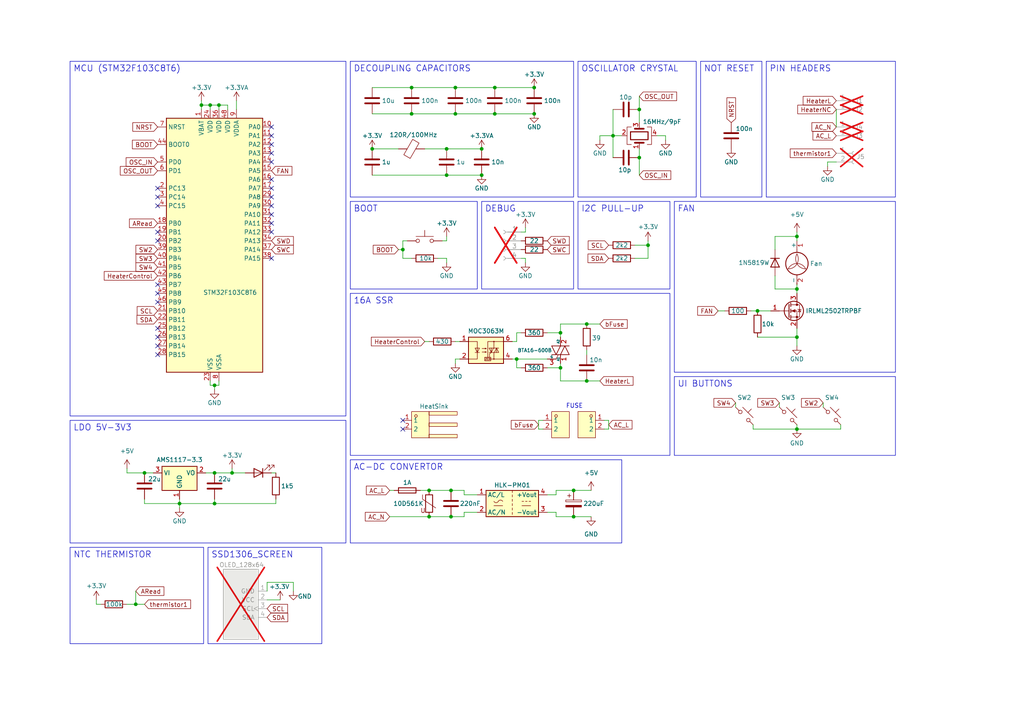
<source format=kicad_sch>
(kicad_sch (version 20250114) (generator "eeschema") (generator_version "9.0")
  (paper "A4")
  (title_block (title "Hotplate Electronics Automation Thermal") (company "Made by: Daniel Yordanov"))
  (text "FUSE" (at 166.624 117.856 0) (effects (font (size 1.27 1.27))))
  (text_box "NOT RESET" (at 203.2 17.78 0) (size 17.78 39.37) (margins 0.9525 0.9525 0.9525 0.9525) (effects (font (size 1.778 1.778)) (justify left top)))
  (text_box "16A SSR\n" (at 101.6 85.09 0) (size 92.71 46.99) (margins 0.9525 0.9525 0.9525 0.9525) (effects (font (size 1.778 1.778)) (justify left top)))
  (text_box "UI BUTTONS" (at 195.58 109.22 0) (size 64.135 22.86) (margins 0.9525 0.9525 0.9525 0.9525) (effects (font (size 1.778 1.778)) (justify left top)))
  (text_box "AC-DC CONVERTOR" (at 101.6 133.35 0) (size 78.74 24.13) (margins 0.9525 0.9525 0.9525 0.9525) (effects (font (size 1.778 1.778)) (justify left top)))
  (text_box "FAN" (at 195.58 58.42 0) (size 64.135 49.53) (margins 0.9525 0.9525 0.9525 0.9525) (effects (font (size 1.778 1.778)) (justify left top)))
  (text_box "SSD1306_SCREEN\n" (at 60.325 158.75 0) (size 33.02 27.94) (margins 0.9525 0.9525 0.9525 0.9525) (effects (font (size 1.778 1.778)) (justify left top)))
  (text_box "DECOUPLING CAPACITORS" (at 101.6 17.78 0) (size 64.77 39.37) (margins 0.9525 0.9525 0.9525 0.9525) (effects (font (size 1.778 1.778)) (justify left top)))
  (text_box "DEBUG\n" (at 139.7 58.42 0) (size 26.67 25.4) (margins 0.9525 0.9525 0.9525 0.9525) (effects (font (size 1.778 1.778)) (justify left top)))
  (text_box "I2C PULL-UP" (at 167.64 58.42 0) (size 26.67 25.4) (margins 0.9525 0.9525 0.9525 0.9525) (effects (font (size 1.778 1.778)) (justify left top)))
  (text_box "MCU (STM32F103C8T6)" (at 20.32 17.78 0) (size 80.01 102.87) (margins 0.9525 0.9525 0.9525 0.9525) (effects (font (size 1.778 1.778)) (justify left top)))
  (text_box "LDO 5V-3V3" (at 20.32 121.92 0) (size 80.01 35.56) (margins 0.9525 0.9525 0.9525 0.9525) (effects (font (size 1.778 1.778)) (justify left top)))
  (text_box "PIN HEADERS" (at 222.25 17.78 0) (size 37.465 39.37) (margins 0.9525 0.9525 0.9525 0.9525) (effects (font (size 1.778 1.778)) (justify left top)))
  (text_box "NTC THERMISTOR" (at 20.32 158.75 0) (size 38.735 27.94) (margins 0.9525 0.9525 0.9525 0.9525) (effects (font (size 1.778 1.778)) (justify left top)))
  (text_box "OSCILLATOR CRYSTAL " (at 167.64 17.78 0) (size 34.29 39.37) (margins 0.9525 0.9525 0.9525 0.9525) (effects (font (size 1.778 1.778)) (justify left top)))
  (text_box "BOOT" (at 101.6 58.42 0) (size 36.83 25.4) (margins 0.9525 0.9525 0.9525 0.9525) (effects (font (size 1.778 1.778)) (justify left top)))
  (junction (at 62.23 111.76))
  (junction (at 132.08 25.4))
  (junction (at 129.54 50.8))
  (junction (at 52.07 146.05))
  (junction (at 154.94 33.02))
  (junction (at 166.37 142.24))
  (junction (at 107.95 43.18))
  (junction (at 185.42 31.75))
  (junction (at 231.14 124.46))
  (junction (at 58.42 30.48))
  (junction (at 124.46 142.24))
  (junction (at 170.18 110.49))
  (junction (at 39.37 175.26))
  (junction (at 231.14 97.79))
  (junction (at 129.54 43.18))
  (junction (at 130.81 149.86))
  (junction (at 166.37 149.86))
  (junction (at 119.38 33.02))
  (junction (at 177.8 39.37))
  (junction (at 63.5 30.48))
  (junction (at 231.14 68.58))
  (junction (at 231.14 83.82))
  (junction (at 67.31 137.16))
  (junction (at 132.08 33.02))
  (junction (at 60.96 30.48))
  (junction (at 62.23 146.05))
  (junction (at 139.7 50.8))
  (junction (at 119.38 25.4))
  (junction (at 154.94 25.4))
  (junction (at 143.51 33.02))
  (junction (at 162.56 96.52))
  (junction (at 187.96 71.12))
  (junction (at 62.23 137.16))
  (junction (at 143.51 25.4))
  (junction (at 219.71 90.17))
  (junction (at 116.84 72.39))
  (junction (at 124.46 149.86))
  (junction (at 139.7 43.18))
  (junction (at 41.91 137.16))
  (junction (at 170.18 93.98))
  (junction (at 162.56 106.68))
  (junction (at 149.86 104.14))
  (junction (at 130.81 142.24))
  (junction (at 185.42 45.72))
  (no_connect (at 45.72 69.85))
  (no_connect (at 78.74 46.99))
  (no_connect (at 78.74 64.77))
  (no_connect (at 78.74 62.23))
  (no_connect (at 116.84 124.46))
  (no_connect (at 45.72 54.61))
  (no_connect (at 45.72 95.25))
  (no_connect (at 78.74 39.37))
  (no_connect (at 116.84 121.92))
  (no_connect (at 78.74 44.45))
  (no_connect (at 45.72 59.69))
  (no_connect (at 45.72 82.55))
  (no_connect (at 78.74 67.31))
  (no_connect (at 78.74 59.69))
  (no_connect (at 78.74 52.07))
  (no_connect (at 78.74 41.91))
  (no_connect (at 45.72 57.15))
  (no_connect (at 78.74 54.61))
  (no_connect (at 78.74 74.93))
  (no_connect (at 45.72 67.31))
  (no_connect (at 45.72 102.87))
  (no_connect (at 45.72 100.33))
  (no_connect (at 78.74 36.83))
  (no_connect (at 78.74 57.15))
  (no_connect (at 45.72 87.63))
  (no_connect (at 45.72 85.09))
  (no_connect (at 45.72 97.79))
  (wire (pts (xy 62.23 111.76) (xy 60.96 111.76)))
  (wire (pts (xy 231.14 83.82) (xy 231.14 82.55)))
  (wire (pts (xy 39.37 175.26) (xy 41.91 175.26)))
  (wire (pts (xy 193.04 39.37) (xy 190.5 39.37)))
  (wire (pts (xy 240.03 46.99) (xy 242.57 46.99)))
  (wire (pts (xy 157.48 121.92) (xy 156.21 121.92)))
  (wire (pts (xy 162.56 110.49) (xy 170.18 110.49)))
  (wire (pts (xy 184.15 71.12) (xy 187.96 71.12)))
  (wire (pts (xy 85.09 168.91) (xy 77.47 168.91)))
  (wire (pts (xy 152.4 66.04) (xy 152.4 67.31)))
  (wire (pts (xy 132.08 104.14) (xy 133.35 104.14)))
  (wire (pts (xy 129.54 50.8) (xy 139.7 50.8)))
  (wire (pts (xy 152.4 76.2) (xy 152.4 74.93)))
  (wire (pts (xy 231.14 97.79) (xy 231.14 100.33)))
  (wire (pts (xy 121.92 142.24) (xy 124.46 142.24)))
  (wire (pts (xy 107.95 25.4) (xy 119.38 25.4)))
  (wire (pts (xy 63.5 30.48) (xy 63.5 31.75)))
  (wire (pts (xy 129.54 43.18) (xy 139.7 43.18)))
  (wire (pts (xy 36.83 137.16) (xy 36.83 135.89)))
  (wire (pts (xy 132.08 33.02) (xy 143.51 33.02)))
  (wire (pts (xy 134.62 143.51) (xy 138.43 143.51)))
  (wire (pts (xy 187.96 69.85) (xy 187.96 71.12)))
  (wire (pts (xy 129.54 68.58) (xy 129.54 69.85)))
  (wire (pts (xy 116.84 74.93) (xy 119.38 74.93)))
  (wire (pts (xy 63.5 30.48) (xy 66.04 30.48)))
  (wire (pts (xy 162.56 97.79) (xy 162.56 96.52)))
  (wire (pts (xy 60.96 111.76) (xy 60.96 110.49)))
  (wire (pts (xy 162.56 106.68) (xy 162.56 110.49)))
  (wire (pts (xy 162.56 96.52) (xy 162.56 93.98)))
  (wire (pts (xy 129.54 74.93) (xy 129.54 76.2)))
  (wire (pts (xy 156.21 124.46) (xy 157.48 124.46)))
  (wire (pts (xy 224.79 83.82) (xy 231.14 83.82)))
  (wire (pts (xy 41.91 146.05) (xy 52.07 146.05)))
  (wire (pts (xy 185.42 27.94) (xy 185.42 31.75)))
  (wire (pts (xy 231.14 67.31) (xy 231.14 68.58)))
  (wire (pts (xy 187.96 74.93) (xy 184.15 74.93)))
  (wire (pts (xy 176.53 124.46) (xy 175.26 124.46)))
  (wire (pts (xy 218.44 124.46) (xy 231.14 124.46)))
  (wire (pts (xy 58.42 30.48) (xy 60.96 30.48)))
  (wire (pts (xy 158.75 96.52) (xy 162.56 96.52)))
  (wire (pts (xy 62.23 111.76) (xy 62.23 113.03)))
  (wire (pts (xy 59.69 137.16) (xy 62.23 137.16)))
  (wire (pts (xy 124.46 99.06) (xy 123.19 99.06)))
  (wire (pts (xy 129.54 74.93) (xy 127 74.93)))
  (wire (pts (xy 149.86 104.14) (xy 149.86 106.68)))
  (wire (pts (xy 173.99 39.37) (xy 177.8 39.37)))
  (wire (pts (xy 231.14 95.25) (xy 231.14 97.79)))
  (wire (pts (xy 187.96 71.12) (xy 187.96 74.93)))
  (wire (pts (xy 67.31 137.16) (xy 71.12 137.16)))
  (wire (pts (xy 173.99 39.37) (xy 173.99 40.64)))
  (wire (pts (xy 218.44 124.46) (xy 218.44 123.19)))
  (wire (pts (xy 149.86 99.06) (xy 149.86 96.52)))
  (wire (pts (xy 231.14 123.19) (xy 231.14 124.46)))
  (wire (pts (xy 208.28 90.17) (xy 210.185 90.17)))
  (wire (pts (xy 41.91 146.05) (xy 41.91 144.78)))
  (wire (pts (xy 156.21 121.92) (xy 156.21 124.46)))
  (wire (pts (xy 149.86 96.52) (xy 151.13 96.52)))
  (wire (pts (xy 149.86 104.14) (xy 158.75 104.14)))
  (wire (pts (xy 66.04 30.48) (xy 66.04 31.75)))
  (wire (pts (xy 81.28 173.99) (xy 77.47 173.99)))
  (wire (pts (xy 185.42 31.75) (xy 185.42 35.56)))
  (wire (pts (xy 123.19 43.18) (xy 129.54 43.18)))
  (wire (pts (xy 77.47 168.91) (xy 77.47 171.45)))
  (wire (pts (xy 148.59 99.06) (xy 149.86 99.06)))
  (wire (pts (xy 158.75 148.59) (xy 161.29 148.59)))
  (wire (pts (xy 243.84 124.46) (xy 243.84 123.19)))
  (wire (pts (xy 226.06 118.11) (xy 226.06 116.84)))
  (wire (pts (xy 62.23 146.05) (xy 80.01 146.05)))
  (wire (pts (xy 68.58 29.21) (xy 68.58 31.75)))
  (wire (pts (xy 176.53 121.92) (xy 176.53 124.46)))
  (wire (pts (xy 185.42 45.72) (xy 185.42 50.8)))
  (wire (pts (xy 166.37 142.24) (xy 171.45 142.24)))
  (wire (pts (xy 80.01 146.05) (xy 80.01 144.78)))
  (wire (pts (xy 161.29 148.59) (xy 161.29 149.86)))
  (wire (pts (xy 134.62 148.59) (xy 138.43 148.59)))
  (wire (pts (xy 107.95 43.18) (xy 115.57 43.18)))
  (wire (pts (xy 224.79 80.01) (xy 224.79 83.82)))
  (wire (pts (xy 63.5 111.76) (xy 63.5 110.49)))
  (wire (pts (xy 36.83 175.26) (xy 39.37 175.26)))
  (wire (pts (xy 170.18 93.98) (xy 173.99 93.98)))
  (wire (pts (xy 166.37 149.86) (xy 171.45 149.86)))
  (wire (pts (xy 58.42 29.21) (xy 58.42 30.48)))
  (wire (pts (xy 132.08 99.06) (xy 133.35 99.06)))
  (wire (pts (xy 231.14 124.46) (xy 243.84 124.46)))
  (wire (pts (xy 119.38 25.4) (xy 132.08 25.4)))
  (wire (pts (xy 107.95 50.8) (xy 129.54 50.8)))
  (wire (pts (xy 177.8 39.37) (xy 177.8 45.72)))
  (wire (pts (xy 116.84 72.39) (xy 116.84 69.85)))
  (wire (pts (xy 161.29 142.24) (xy 166.37 142.24)))
  (wire (pts (xy 219.71 90.17) (xy 223.52 90.17)))
  (wire (pts (xy 231.14 68.58) (xy 231.14 69.85)))
  (wire (pts (xy 242.57 31.75) (xy 242.57 36.83)))
  (wire (pts (xy 67.31 135.89) (xy 67.31 137.16)))
  (wire (pts (xy 149.86 106.68) (xy 151.13 106.68)))
  (wire (pts (xy 85.09 168.91) (xy 85.09 171.45)))
  (wire (pts (xy 132.08 25.4) (xy 143.51 25.4)))
  (wire (pts (xy 161.29 143.51) (xy 161.29 142.24)))
  (wire (pts (xy 58.42 30.48) (xy 58.42 31.75)))
  (wire (pts (xy 158.75 143.51) (xy 161.29 143.51)))
  (wire (pts (xy 219.71 97.79) (xy 231.14 97.79)))
  (wire (pts (xy 60.96 30.48) (xy 60.96 31.75)))
  (wire (pts (xy 62.23 111.76) (xy 63.5 111.76)))
  (wire (pts (xy 177.8 31.75) (xy 177.8 39.37)))
  (wire (pts (xy 116.84 72.39) (xy 116.84 74.93)))
  (wire (pts (xy 161.29 149.86) (xy 166.37 149.86)))
  (wire (pts (xy 80.01 137.16) (xy 78.74 137.16)))
  (wire (pts (xy 115.57 72.39) (xy 116.84 72.39)))
  (wire (pts (xy 52.07 146.05) (xy 52.07 144.78)))
  (wire (pts (xy 132.08 105.41) (xy 132.08 104.14)))
  (wire (pts (xy 134.62 149.86) (xy 134.62 148.59)))
  (wire (pts (xy 124.46 149.86) (xy 130.81 149.86)))
  (wire (pts (xy 41.91 137.16) (xy 44.45 137.16)))
  (wire (pts (xy 152.4 67.31) (xy 151.13 67.31)))
  (wire (pts (xy 124.46 142.24) (xy 130.81 142.24)))
  (wire (pts (xy 107.95 33.02) (xy 119.38 33.02)))
  (wire (pts (xy 148.59 104.14) (xy 149.86 104.14)))
  (wire (pts (xy 162.56 106.68) (xy 162.56 105.41)))
  (wire (pts (xy 177.8 39.37) (xy 180.34 39.37)))
  (wire (pts (xy 36.83 137.16) (xy 41.91 137.16)))
  (wire (pts (xy 170.18 101.6) (xy 170.18 102.87)))
  (wire (pts (xy 185.42 43.18) (xy 185.42 45.72)))
  (wire (pts (xy 143.51 25.4) (xy 154.94 25.4)))
  (wire (pts (xy 143.51 33.02) (xy 154.94 33.02)))
  (wire (pts (xy 231.14 68.58) (xy 224.79 68.58)))
  (wire (pts (xy 134.62 142.24) (xy 134.62 143.51)))
  (wire (pts (xy 238.76 118.11) (xy 238.76 116.84)))
  (wire (pts (xy 129.54 69.85) (xy 128.27 69.85)))
  (wire (pts (xy 67.31 137.16) (xy 62.23 137.16)))
  (wire (pts (xy 175.26 121.92) (xy 176.53 121.92)))
  (wire (pts (xy 52.07 146.05) (xy 62.23 146.05)))
  (wire (pts (xy 130.81 142.24) (xy 134.62 142.24)))
  (wire (pts (xy 240.03 46.99) (xy 240.03 48.26)))
  (wire (pts (xy 60.96 30.48) (xy 63.5 30.48)))
  (wire (pts (xy 119.38 33.02) (xy 132.08 33.02)))
  (wire (pts (xy 193.04 40.64) (xy 193.04 39.37)))
  (wire (pts (xy 158.75 106.68) (xy 162.56 106.68)))
  (wire (pts (xy 27.94 175.26) (xy 29.21 175.26)))
  (wire (pts (xy 113.03 142.24) (xy 114.3 142.24)))
  (wire (pts (xy 217.805 90.17) (xy 219.71 90.17)))
  (wire (pts (xy 62.23 146.05) (xy 62.23 144.78)))
  (wire (pts (xy 27.94 173.99) (xy 27.94 175.26)))
  (wire (pts (xy 113.03 149.86) (xy 124.46 149.86)))
  (wire (pts (xy 52.07 147.32) (xy 52.07 146.05)))
  (wire (pts (xy 213.36 116.84) (xy 213.36 118.11)))
  (wire (pts (xy 116.84 69.85) (xy 118.11 69.85)))
  (wire (pts (xy 231.14 83.82) (xy 231.14 85.09)))
  (wire (pts (xy 162.56 93.98) (xy 170.18 93.98)))
  (wire (pts (xy 224.79 68.58) (xy 224.79 72.39)))
  (wire (pts (xy 39.37 171.45) (xy 39.37 175.26)))
  (wire (pts (xy 170.18 110.49) (xy 173.99 110.49)))
  (wire (pts (xy 130.81 149.86) (xy 134.62 149.86)))
  (wire (pts (xy 152.4 74.93) (xy 151.13 74.93)))
  (global_label "OSC_IN" (shape input) (at 185.42 50.8 0) (property "Intersheetrefs" "${INTERSHEET_REFS}" (effects (hide yes))))
  (global_label "HeaterL" (shape input) (at 242.57 29.21 180) (property "Intersheetrefs" "${INTERSHEET_REFS}" (effects (hide yes))))
  (global_label "SW2" (shape input) (at 238.76 116.84 180) (property "Intersheetrefs" "${INTERSHEET_REFS}" (effects (hide yes))))
  (global_label "thermistor1" (shape input) (at 41.91 175.26 0) (property "Intersheetrefs" "${INTERSHEET_REFS}" (effects (hide yes))))
  (global_label "SW3" (shape input) (at 226.06 116.84 180) (property "Intersheetrefs" "${INTERSHEET_REFS}" (effects (hide yes))))
  (global_label "OSC_OUT" (shape input) (at 185.42 27.94 0) (property "Intersheetrefs" "${INTERSHEET_REFS}" (effects (hide yes))))
  (global_label "SW4" (shape input) (at 213.36 116.84 180) (property "Intersheetrefs" "${INTERSHEET_REFS}" (effects (hide yes))))
  (global_label "FAN" (shape input) (at 208.28 90.17 180) (property "Intersheetrefs" "${INTERSHEET_REFS}" (effects (hide yes))))
  (global_label "OSC_OUT" (shape input) (at 45.72 49.53 180) (property "Intersheetrefs" "${INTERSHEET_REFS}" (effects (hide yes))))
  (global_label "thermistor1" (shape input) (at 242.57 44.45 180) (property "Intersheetrefs" "${INTERSHEET_REFS}" (effects (hide yes))))
  (global_label "FAN" (shape input) (at 78.74 49.53 0) (property "Intersheetrefs" "${INTERSHEET_REFS}" (effects (hide yes))))
  (global_label "SW2" (shape input) (at 45.72 72.39 180) (property "Intersheetrefs" "${INTERSHEET_REFS}" (effects (hide yes))))
  (global_label "SCL" (shape input) (at 45.72 90.17 180) (property "Intersheetrefs" "${INTERSHEET_REFS}" (effects (hide yes))))
  (global_label "ARead" (shape input) (at 45.72 64.77 180) (property "Intersheetrefs" "${INTERSHEET_REFS}" (effects (hide yes))))
  (global_label "AC_N" (shape input) (at 113.03 149.86 180) (property "Intersheetrefs" "${INTERSHEET_REFS}" (effects (hide yes))))
  (global_label "HeaterControl" (shape input) (at 123.19 99.06 180) (property "Intersheetrefs" "${INTERSHEET_REFS}" (effects (hide yes))))
  (global_label "SWD" (shape input) (at 78.74 69.85 0) (property "Intersheetrefs" "${INTERSHEET_REFS}" (effects (hide yes))))
  (global_label "SWC" (shape input) (at 78.74 72.39 0) (property "Intersheetrefs" "${INTERSHEET_REFS}" (effects (hide yes))))
  (global_label "BOOT" (shape input) (at 115.57 72.39 180) (property "Intersheetrefs" "${INTERSHEET_REFS}" (effects (hide yes))))
  (global_label "NRST" (shape input) (at 212.09 35.56 90) (property "Intersheetrefs" "${INTERSHEET_REFS}" (effects (hide yes))))
  (global_label "SCL" (shape input) (at 176.53 71.12 180) (property "Intersheetrefs" "${INTERSHEET_REFS}" (effects (hide yes))))
  (global_label "bFuse" (shape input) (at 156.21 123.19 180) (property "Intersheetrefs" "${INTERSHEET_REFS}" (effects (hide yes))))
  (global_label "SDA" (shape input) (at 176.53 74.93 180) (property "Intersheetrefs" "${INTERSHEET_REFS}" (effects (hide yes))))
  (global_label "HeaterL" (shape input) (at 173.99 110.49 0) (property "Intersheetrefs" "${INTERSHEET_REFS}" (effects (hide yes))))
  (global_label "AC_L" (shape input) (at 176.53 123.19 0) (property "Intersheetrefs" "${INTERSHEET_REFS}" (effects (hide yes))))
  (global_label "AC_L" (shape input) (at 242.57 39.37 180) (property "Intersheetrefs" "${INTERSHEET_REFS}" (effects (hide yes))))
  (global_label "ARead" (shape input) (at 39.37 171.45 0) (property "Intersheetrefs" "${INTERSHEET_REFS}" (effects (hide yes))))
  (global_label "SCL" (shape input) (at 77.47 176.53 0) (property "Intersheetrefs" "${INTERSHEET_REFS}" (effects (hide yes))))
  (global_label "HeaterNC" (shape input) (at 242.57 31.75 180) (property "Intersheetrefs" "${INTERSHEET_REFS}" (effects (hide yes))))
  (global_label "SWC" (shape input) (at 158.75 72.39 0) (property "Intersheetrefs" "${INTERSHEET_REFS}" (effects (hide yes))))
  (global_label "SW4" (shape input) (at 45.72 77.47 180) (property "Intersheetrefs" "${INTERSHEET_REFS}" (effects (hide yes))))
  (global_label "SDA" (shape input) (at 77.47 179.07 0) (property "Intersheetrefs" "${INTERSHEET_REFS}" (effects (hide yes))))
  (global_label "SDA" (shape input) (at 45.72 92.71 180) (property "Intersheetrefs" "${INTERSHEET_REFS}" (effects (hide yes))))
  (global_label "BOOT" (shape input) (at 45.72 41.91 180) (property "Intersheetrefs" "${INTERSHEET_REFS}" (effects (hide yes))))
  (global_label "AC_N" (shape input) (at 242.57 36.83 180) (property "Intersheetrefs" "${INTERSHEET_REFS}" (effects (hide yes))))
  (global_label "bFuse" (shape input) (at 173.99 93.98 0) (property "Intersheetrefs" "${INTERSHEET_REFS}" (effects (hide yes))))
  (global_label "SWD" (shape input) (at 158.75 69.85 0) (property "Intersheetrefs" "${INTERSHEET_REFS}" (effects (hide yes))))
  (global_label "HeaterControl" (shape input) (at 45.72 80.01 180) (property "Intersheetrefs" "${INTERSHEET_REFS}" (effects (hide yes))))
  (global_label "AC_L" (shape input) (at 113.03 142.24 180) (property "Intersheetrefs" "${INTERSHEET_REFS}" (effects (hide yes))))
  (global_label "SW3" (shape input) (at 45.72 74.93 180) (property "Intersheetrefs" "${INTERSHEET_REFS}" (effects (hide yes))))
  (global_label "OSC_IN" (shape input) (at 45.72 46.99 180) (property "Intersheetrefs" "${INTERSHEET_REFS}" (effects (hide yes))))
  (global_label "NRST" (shape input) (at 45.72 36.83 180) (property "Intersheetrefs" "${INTERSHEET_REFS}" (effects (hide yes))))
  (symbol (lib_id "Switch:SW_Push_45deg") (at 241.3 120.65 0) (unit 1)
    (property "Reference" "SW4" (at 241.3 115.316 0))
    (property "Value" "SW_Push_45deg" (effects (hide yes)))
    (property "Footprint" "TS-1088R-02026:SW-SMD_L3.9-W3.0-P4.45" (effects (hide yes)))
    (property "Description" "Push button switch, normally open, two pins, 45° tilted" (effects (hide yes)))
    (property "LCSC Part" "C455280" (effects (hide yes)))
  )
  (symbol (lib_id "power:GND") (at 52.07 147.32 0) (unit 1)
    (property "Reference" "#PWR023" (effects (hide yes)))
    (property "Value" "GND" (at 52.07 151.13 0))
    (property "Description" "Power symbol creates a global label with name \"GND\" , ground" (effects (hide yes)))
  )
  (symbol (lib_id "power:GND") (at 231.14 100.33 0) (unit 1)
    (property "Reference" "#PWR028" (effects (hide yes)))
    (property "Value" "GND" (at 231.14 104.14 0))
    (property "Description" "Power symbol creates a global label with name \"GND\" , ground" (effects (hide yes)))
  )
  (symbol (lib_id "power:GND") (at 132.08 105.41 0) (unit 1)
    (property "Reference" "#PWR019" (effects (hide yes)))
    (property "Value" "GND" (at 132.08 109.22 0))
    (property "Description" "Power symbol creates a global label with name \"GND\" , ground" (effects (hide yes)))
  )
  (symbol (lib_id "Transistor_FET:2N7002") (at 228.6 90.17 0) (unit 1)
    (property "Reference" "Q2" (effects (hide yes)))
    (property "Value" "IRLML2502TRPBF" (at 233.68 90.17 0) (effects (justify left)))
    (property "Footprint" "Package_TO_SOT_SMD:SOT-23" (effects (hide yes)))
    (property "Datasheet" "https://www.onsemi.com/pub/Collateral/NDS7002A-D.PDF" (effects (hide yes)))
    (property "Description" "0.115A Id, 60V Vds, N-Channel MOSFET, SOT-23" (effects (hide yes)))
    (property "LCSC Part" "C2589" (effects (hide yes)))
  )
  (symbol (lib_id "power:+3.3V") (at 67.31 135.89 0) (unit 1)
    (property "Reference" "#PWR021" (effects (hide yes)))
    (property "Value" "+3.3V" (at 67.31 132.08 0))
    (property "Description" "Power symbol creates a global label with name \"+3.3V\"" (effects (hide yes)))
  )
  (symbol (lib_id "Motor:Fan") (at 231.14 77.47 0) (unit 1)
    (property "Reference" "M1" (effects (hide yes)))
    (property "Value" "Fan" (at 234.95 76.454 0) (effects (justify left)))
    (property "Footprint" "Connector_PinHeader_2.54mm:PinHeader_1x02_P2.54mm_Vertical" (effects (hide yes)))
    (property "Description" "Fan" (effects (hide yes)))
  )
  (symbol (lib_id "power:GND") (at 212.09 43.18 0) (unit 1)
    (property "Reference" "#PWR09" (effects (hide yes)))
    (property "Value" "GND" (at 212.09 46.99 0))
    (property "Description" "Power symbol creates a global label with name \"GND\" , ground" (effects (hide yes)))
  )
  (symbol (lib_id "power:+3.3V") (at 107.95 43.18 0) (unit 1)
    (property "Reference" "#PWR07" (effects (hide yes)))
    (property "Value" "+3.3V" (at 107.95 39.37 0))
    (property "Description" "Power symbol creates a global label with name \"+3.3V\"" (effects (hide yes)))
  )
  (symbol (lib_id "power:GND") (at 193.04 40.64 0) (unit 1)
    (property "Reference" "#PWR06" (effects (hide yes)))
    (property "Value" "GND" (at 193.04 44.45 0))
    (property "Description" "Power symbol creates a global label with name \"GND\" , ground" (effects (hide yes)))
  )
  (symbol (lib_id "Connector:Conn_01x04_Socket") (at 146.05 69.85 0) (mirror y) (unit 1) (dnp yes)
    (property "Reference" "J6" (effects (hide yes)))
    (property "Value" "Conn_01x04_Socket" (effects (hide yes)))
    (property "Footprint" "Connector_PinHeader_2.54mm:PinHeader_1x04_P2.54mm_Vertical" (effects (hide yes)))
    (property "Description" "Generic connector, single row, 01x04, script generated" (effects (hide yes)))
  )
  (symbol (lib_id "Switch:SW_Push_45deg") (at 228.6 120.65 0) (unit 1)
    (property "Reference" "SW3" (at 228.6 115.316 0))
    (property "Value" "SW_Push_45deg" (effects (hide yes)))
    (property "Footprint" "TS-1088R-02026:SW-SMD_L3.9-W3.0-P4.45" (effects (hide yes)))
    (property "Description" "Push button switch, normally open, two pins, 45° tilted" (effects (hide yes)))
    (property "LCSC Part" "C455280" (effects (hide yes)))
  )
  (symbol (lib_id "power:+5V") (at 231.14 67.31 0) (unit 1)
    (property "Reference" "#PWR024" (effects (hide yes)))
    (property "Value" "+5V" (at 231.14 62.23 0))
    (property "Description" "Power symbol creates a global label with name \"+5V\"" (effects (hide yes)))
  )
  (symbol (lib_id "Relay_SolidState:MOC3063M") (at 140.97 101.6 0) (unit 1)
    (property "Reference" "U2" (effects (hide yes)))
    (property "Value" "MOC3063M" (at 140.97 96.012 0))
    (property "Footprint" "MOC3063M:DIP-6_L8.5-W6.4-P2.54-LS7.6-BL" (effects (hide yes)))
    (property "Datasheet" "https://www.onsemi.com/pub/Collateral/MOC3163M-D.pdf" (effects (hide yes)))
    (property "Description" "Zero Cross Opto-Triac, Vdrm 600V, Ift 5mA, DIP6" (effects (hide yes)))
    (property "LCSC Part" "C8920" (effects (hide yes)))
  )
  (symbol (lib_id "Device:C") (at 107.95 29.21 0) (unit 1)
    (property "Reference" "C1" (effects (hide yes)))
    (property "Value" "10u" (at 110.744 29.21 0) (effects (justify left)))
    (property "Footprint" "Capacitor_SMD:C_0805_2012Metric_Pad1.18x1.45mm_HandSolder" (effects (hide yes)))
    (property "Description" "Unpolarized capacitor" (effects (hide yes)))
    (property "LCSC Part" "C15850" (effects (hide yes)))
  )
  (symbol (lib_id "Device:C") (at 181.61 45.72 270) (unit 1)
    (property "Reference" "C8" (effects (hide yes)))
    (property "Value" "10p" (at 179.324 49.276 90) (effects (justify left)))
    (property "Footprint" "Capacitor_SMD:C_0402_1005Metric_Pad0.74x0.62mm_HandSolder" (effects (hide yes)))
    (property "Description" "Unpolarized capacitor" (effects (hide yes)))
    (property "LCSC Part" "C76946" (effects (hide yes)))
  )
  (symbol (lib_id "LS-601:LS-601") (at 170.18 123.19 0) (mirror y) (unit 1)
    (property "Reference" "FH2" (effects (hide yes)))
    (property "Value" "LS-601" (effects (hide yes)))
    (property "Footprint" "LS-601:FUSE-TH_LS-601" (effects (hide yes)))
    (property "LCSC Part" "C182321" (effects (hide yes)))
  )
  (symbol (lib_id "Device:C") (at 107.95 46.99 0) (unit 1)
    (property "Reference" "C9" (effects (hide yes)))
    (property "Value" "1u" (at 110.744 46.99 0) (effects (justify left)))
    (property "Footprint" "Capacitor_SMD:C_0603_1608Metric_Pad1.08x0.95mm_HandSolder" (effects (hide yes)))
    (property "Description" "Unpolarized capacitor" (effects (hide yes)))
    (property "LCSC Part" "C15849" (effects (hide yes)))
  )
  (symbol (lib_id "power:+3.3V") (at 58.42 29.21 0) (unit 1)
    (property "Reference" "#PWR02" (effects (hide yes)))
    (property "Value" "+3.3V" (at 58.42 25.4 0))
    (property "Description" "Power symbol creates a global label with name \"+3.3V\"" (effects (hide yes)))
  )
  (symbol (lib_id "power:+3.3V") (at 27.94 173.99 0) (unit 1)
    (property "Reference" "#PWR025" (effects (hide yes)))
    (property "Value" "+3.3V" (at 27.94 169.926 0))
    (property "Description" "Power symbol creates a global label with name \"+3.3V\"" (effects (hide yes)))
  )
  (symbol (lib_id "Device:C") (at 62.23 140.97 0) (unit 1)
    (property "Reference" "C16" (effects (hide yes)))
    (property "Value" "22u" (at 63.246 138.938 0) (effects (justify left)))
    (property "Footprint" "Capacitor_SMD:C_0805_2012Metric_Pad1.18x1.45mm_HandSolder" (effects (hide yes)))
    (property "Description" "Unpolarized capacitor" (effects (hide yes)))
    (property "LCSC Part" "C602037" (effects (hide yes)))
  )
  (symbol (lib_id "Device:R") (at 180.34 74.93 90) (unit 1)
    (property "Reference" "R5" (effects (hide yes)))
    (property "Value" "2k2" (at 180.34 74.93 90))
    (property "Footprint" "Resistor_SMD:R_0402_1005Metric_Pad0.72x0.64mm_HandSolder" (effects (hide yes)))
    (property "Description" "Resistor" (effects (hide yes)))
    (property "LCSC Part" "C25879" (effects (hide yes)))
  )
  (symbol (lib_id "Device:R") (at 170.18 97.79 180) (unit 1)
    (property "Reference" "R7" (effects (hide yes)))
    (property "Value" "39" (at 172.974 98.044 0))
    (property "Footprint" "Resistor_SMD:R_0603_1608Metric_Pad0.98x0.95mm_HandSolder" (effects (hide yes)))
    (property "Description" "Resistor" (effects (hide yes)))
    (property "LCSC Part" "C2907032" (effects (hide yes)))
  )
  (symbol (lib_id "power:+5V") (at 171.45 142.24 0) (unit 1)
    (property "Reference" "#PWR013" (effects (hide yes)))
    (property "Value" "+5V" (at 171.45 137.16 0))
    (property "Description" "Power symbol creates a global label with name \"+5V\"" (effects (hide yes)))
  )
  (symbol (lib_id "Connector:Conn_01x02_Socket") (at 247.65 44.45 0) (unit 1) (dnp yes)
    (property "Reference" "J5" (at 248.412 45.466 0) (effects (justify left)))
    (property "Value" "Conn_01x02_Socket" (effects (hide yes)))
    (property "Footprint" "Connector_PinHeader_2.54mm:PinHeader_1x02_P2.54mm_Vertical" (effects (hide yes)))
    (property "Description" "Generic connector, single row, 01x02, script generated" (effects (hide yes)))
  )
  (symbol (lib_id "Connector:Conn_01x01_Socket") (at 247.65 29.21 0) (unit 1) (dnp yes)
    (property "Reference" "J1" (at 247.904 29.21 0) (effects (justify left)))
    (property "Value" "Conn_01x01_Socket" (effects (hide yes)))
    (property "Footprint" "Connector_PinHeader_2.54mm:PinHeader_1x01_P2.54mm_Vertical" (effects (hide yes)))
    (property "Description" "Generic connector, single row, 01x01, script generated" (effects (hide yes)))
  )
  (symbol (lib_id "Device:C") (at 212.09 39.37 0) (unit 1)
    (property "Reference" "C7" (effects (hide yes)))
    (property "Value" "100n" (at 213.36 37.338 0) (effects (justify left)))
    (property "Footprint" "Capacitor_SMD:C_0402_1005Metric_Pad0.74x0.62mm_HandSolder" (effects (hide yes)))
    (property "Description" "Unpolarized capacitor" (effects (hide yes)))
    (property "LCSC Part" "C155422" (effects (hide yes)))
  )
  (symbol (lib_id "ScottoKeebs:Placeholder_Resistor") (at 123.19 74.93 0) (unit 1)
    (property "Reference" "R4" (effects (hide yes)))
    (property "Value" "10k" (at 123.444 74.93 0))
    (property "Footprint" "Resistor_SMD:R_0603_1608Metric_Pad0.98x0.95mm_HandSolder" (effects (hide yes)))
    (property "Description" "Resistor" (effects (hide yes)))
    (property "LCSC Part" "C98220" (effects (hide yes)))
  )
  (symbol (lib_id "power:GND") (at 129.54 76.2 0) (unit 1)
    (property "Reference" "#PWR017" (effects (hide yes)))
    (property "Value" "GND" (at 129.54 80.01 0))
    (property "Description" "Power symbol creates a global label with name \"GND\" , ground" (effects (hide yes)))
  )
  (symbol (lib_id "XSD309-067:XSD309-067") (at 121.92 123.19 0) (unit 1)
    (property "Reference" "HT1" (effects (hide yes)))
    (property "Value" "HeatSink" (at 121.666 117.856 0) (effects (justify left)))
    (property "Footprint" "XSD309-067:HEATSINK-TH_L16.5-W16.0-P10.00-D1.5" (effects (hide yes)))
    (property "LCSC Part" "C286228" (effects (hide yes)))
  )
  (symbol (lib_id "power:+3.3VA") (at 139.7 43.18 0) (unit 1)
    (property "Reference" "#PWR08" (effects (hide yes)))
    (property "Value" "+3.3VA" (at 139.7 39.37 0))
    (property "Description" "Power symbol creates a global label with name \"+3.3VA\"" (effects (hide yes)))
  )
  (symbol (lib_id "Diode:1N4007") (at 224.79 76.2 270) (unit 1)
    (property "Reference" "D2" (effects (hide yes)))
    (property "Value" "1N5819W" (at 218.694 76.2 90))
    (property "Footprint" "Diode_SMD:D_SOD-123" (effects (hide yes)))
    (property "Datasheet" "http://www.vishay.com/docs/88503/1n4001.pdf" (effects (hide yes)))
    (property "Description" "1000V 1A General Purpose Rectifier Diode, DO-41" (effects (hide yes)))
    (property "Sim.Device" "D" (effects (hide yes)))
    (property "Sim.Pins" "1=K 2=A" (effects (hide yes)))
    (property "LCSC Part" "C963381" (effects (hide yes)))
  )
  (symbol (lib_id "Device:C") (at 130.81 146.05 0) (unit 1)
    (property "Reference" "C12" (effects (hide yes)))
    (property "Value" "220nF" (at 133.35 146.05 0) (effects (justify left)))
    (property "Footprint" "MKP224K275VAC(X2-224K)-B:CAP-TH_L18.0-W7.5-P15.00-D0.8" (effects (hide yes)))
    (property "Description" "Unpolarized capacitor" (effects (hide yes)))
    (property "LCSC Part" "C2848140" (effects (hide yes)))
  )
  (symbol (lib_id "Connector:Conn_01x01_Socket") (at 247.65 31.75 0) (unit 1) (dnp yes)
    (property "Reference" "J2" (at 247.904 31.75 0) (effects (justify left)))
    (property "Value" "Conn_01x01_Socket" (effects (hide yes)))
    (property "Footprint" "Connector_PinHeader_2.54mm:PinHeader_1x01_P2.54mm_Vertical" (effects (hide yes)))
    (property "Description" "Generic connector, single row, 01x01, script generated" (effects (hide yes)))
  )
  (symbol (lib_id "Device:C") (at 139.7 46.99 0) (unit 1)
    (property "Reference" "C11" (effects (hide yes)))
    (property "Value" "10n" (at 142.494 46.99 0) (effects (justify left)))
    (property "Footprint" "Capacitor_SMD:C_0402_1005Metric_Pad0.74x0.62mm_HandSolder" (effects (hide yes)))
    (property "Description" "Unpolarized capacitor" (effects (hide yes)))
    (property "LCSC Part" "C15195" (effects (hide yes)))
  )
  (symbol (lib_id "Device:R") (at 33.02 175.26 90) (unit 1)
    (property "Reference" "R12" (effects (hide yes)))
    (property "Value" "100k" (at 35.56 175.26 90) (effects (justify left)))
    (property "Footprint" "Resistor_SMD:R_0603_1608Metric_Pad0.98x0.95mm_HandSolder" (effects (hide yes)))
    (property "Description" "Resistor" (effects (hide yes)))
    (property "LCSC Part" "C14675" (effects (hide yes)))
  )
  (symbol (lib_id "power:GND") (at 154.94 33.02 0) (unit 1)
    (property "Reference" "#PWR04" (effects (hide yes)))
    (property "Value" "GND" (at 154.94 36.83 0))
    (property "Description" "Power symbol creates a global label with name \"GND\" , ground" (effects (hide yes)))
  )
  (symbol (lib_id "power:+5V") (at 36.83 135.89 0) (unit 1)
    (property "Reference" "#PWR022" (effects (hide yes)))
    (property "Value" "+5V" (at 36.83 130.81 0))
    (property "Description" "Power symbol creates a global label with name \"+5V\"" (effects (hide yes)))
  )
  (symbol (lib_id "Switch:SW_Push") (at 123.19 69.85 0) (unit 1)
    (property "Reference" "SW1" (effects (hide yes)))
    (property "Value" "SW_Push" (effects (hide yes)))
    (property "Footprint" "TS-1088R-02026:SW-SMD_L3.9-W3.0-P4.45" (effects (hide yes)))
    (property "Description" "Push button switch, generic, two pins" (effects (hide yes)))
    (property "LCSC Part" "C455280" (effects (hide yes)))
  )
  (symbol (lib_id "Device:R") (at 128.27 99.06 90) (unit 1)
    (property "Reference" "R8" (effects (hide yes)))
    (property "Value" "430" (at 128.27 99.06 90))
    (property "Footprint" "Resistor_SMD:R_0603_1608Metric_Pad0.98x0.95mm_HandSolder" (effects (hide yes)))
    (property "Description" "Resistor" (effects (hide yes)))
    (property "LCSC Part" "C137721" (effects (hide yes)))
  )
  (symbol (lib_id "Connector:Conn_01x01_Socket") (at 247.65 39.37 0) (unit 1) (dnp yes)
    (property "Reference" "J3" (at 247.904 39.37 0) (effects (justify left)))
    (property "Value" "Conn_01x01_Socket" (effects (hide yes)))
    (property "Footprint" "Connector_PinHeader_2.54mm:PinHeader_1x01_P2.54mm_Vertical" (effects (hide yes)))
    (property "Description" "Generic connector, single row, 01x01, script generated" (effects (hide yes)))
  )
  (symbol (lib_id "Device:R") (at 154.94 96.52 90) (unit 1)
    (property "Reference" "R6" (effects (hide yes)))
    (property "Value" "360" (at 154.94 96.52 90))
    (property "Footprint" "Resistor_SMD:R_0603_1608Metric_Pad0.98x0.95mm_HandSolder" (effects (hide yes)))
    (property "Description" "Resistor" (effects (hide yes)))
    (property "LCSC Part" "C25194" (effects (hide yes)))
  )
  (symbol (lib_id "power:+3.3V") (at 152.4 66.04 0) (unit 1)
    (property "Reference" "#PWR012" (effects (hide yes)))
    (property "Value" "+3.3V" (at 152.4 62.23 0))
    (property "Description" "Power symbol creates a global label with name \"+3.3V\"" (effects (hide yes)))
  )
  (symbol (lib_id "power:GND") (at 231.14 124.46 0) (unit 1)
    (property "Reference" "#PWR029" (effects (hide yes)))
    (property "Value" "GND" (at 231.14 128.524 0))
    (property "Description" "Power symbol creates a global label with name \"GND\" , ground" (effects (hide yes)))
  )
  (symbol (lib_id "Device:C") (at 119.38 29.21 0) (unit 1)
    (property "Reference" "C2" (effects (hide yes)))
    (property "Value" "100n" (at 122.174 29.21 0) (effects (justify left)))
    (property "Footprint" "Capacitor_SMD:C_0402_1005Metric_Pad0.74x0.62mm_HandSolder" (effects (hide yes)))
    (property "Description" "Unpolarized capacitor" (effects (hide yes)))
    (property "LCSC Part" "C155422" (effects (hide yes)))
  )
  (symbol (lib_id "LS-601:LS-601") (at 162.56 123.19 0) (unit 1)
    (property "Reference" "FH1" (effects (hide yes)))
    (property "Value" "LS-601" (effects (hide yes)))
    (property "Footprint" "LS-601:FUSE-TH_LS-601" (effects (hide yes)))
    (property "LCSC Part" "C182321" (effects (hide yes)))
  )
  (symbol (lib_id "Device:C") (at 41.91 140.97 0) (unit 1)
    (property "Reference" "C15" (effects (hide yes)))
    (property "Value" "22u" (at 42.926 138.938 0) (effects (justify left)))
    (property "Footprint" "Capacitor_SMD:C_0805_2012Metric_Pad1.18x1.45mm_HandSolder" (effects (hide yes)))
    (property "Description" "Unpolarized capacitor" (effects (hide yes)))
    (property "LCSC Part" "C602037" (effects (hide yes)))
  )
  (symbol (lib_id "Device:C") (at 143.51 29.21 0) (unit 1)
    (property "Reference" "C4" (effects (hide yes)))
    (property "Value" "100n" (at 146.304 29.21 0) (effects (justify left)))
    (property "Footprint" "Capacitor_SMD:C_0402_1005Metric_Pad0.74x0.62mm_HandSolder" (effects (hide yes)))
    (property "Description" "Unpolarized capacitor" (effects (hide yes)))
    (property "LCSC Part" "C155422" (effects (hide yes)))
  )
  (symbol (lib_id "Device:LED") (at 74.93 137.16 180) (unit 1)
    (property "Reference" "D1" (effects (hide yes)))
    (property "Value" "BLUE" (effects (hide yes)))
    (property "Footprint" "LED_SMD:LED_0603_1608Metric_Pad1.05x0.95mm_HandSolder" (effects (hide yes)))
    (property "Description" "Light emitting diode" (effects (hide yes)))
    (property "LCSC Part" "C965807" (effects (hide yes)))
  )
  (symbol (lib_id "Device:C") (at 154.94 29.21 0) (unit 1)
    (property "Reference" "C5" (effects (hide yes)))
    (property "Value" "100n" (at 157.734 29.21 0) (effects (justify left)))
    (property "Footprint" "Capacitor_SMD:C_0402_1005Metric_Pad0.74x0.62mm_HandSolder" (effects (hide yes)))
    (property "Description" "Unpolarized capacitor" (effects (hide yes)))
    (property "LCSC Part" "C155422" (effects (hide yes)))
  )
  (symbol (lib_id "MCU_ST_STM32F1:STM32F103C8Tx") (at 60.96 72.39 0) (unit 1)
    (property "Reference" "U1" (effects (hide yes)))
    (property "Value" "STM32F103C8T6" (at 58.928 84.836 0) (effects (justify left)))
    (property "Footprint" "Package_QFP:LQFP-48_7x7mm_P0.5mm" (effects (hide yes)))
    (property "Datasheet" "https://www.st.com/resource/en/datasheet/stm32f103c8.pdf" (effects (hide yes)))
    (property "Description" "STMicroelectronics Arm Cortex-M3 MCU, 64KB flash, 20KB RAM, 72 MHz, 2.0-3.6V, 37 GPIO, LQFP48" (effects (hide yes)))
    (property "LCSC Part" "C8734" (effects (hide yes)))
  )
  (symbol (lib_id "Device:R") (at 154.94 72.39 90) (unit 1)
    (property "Reference" "R3" (effects (hide yes)))
    (property "Value" "22" (at 154.94 72.39 90))
    (property "Footprint" "Resistor_SMD:R_0402_1005Metric_Pad0.72x0.64mm_HandSolder" (effects (hide yes)))
    (property "Description" "Resistor" (effects (hide yes)))
    (property "LCSC Part" "C114765" (effects (hide yes)))
  )
  (symbol (lib_id "power:+3.3V") (at 187.96 69.85 0) (unit 1)
    (property "Reference" "#PWR015" (effects (hide yes)))
    (property "Value" "+3.3V" (at 187.96 65.786 0))
    (property "Description" "Power symbol creates a global label with name \"+3.3V\"" (effects (hide yes)))
  )
  (symbol (lib_id "Switch:SW_Push_45deg") (at 215.9 120.65 0) (unit 1)
    (property "Reference" "SW2" (at 215.9 115.316 0))
    (property "Value" "SW_Push_45deg" (effects (hide yes)))
    (property "Footprint" "TS-1088R-02026:SW-SMD_L3.9-W3.0-P4.45" (effects (hide yes)))
    (property "Description" "Push button switch, normally open, two pins, 45° tilted" (effects (hide yes)))
    (property "LCSC Part" "C455280" (effects (hide yes)))
  )
  (symbol (lib_id "power:GND") (at 240.03 48.26 0) (unit 1)
    (property "Reference" "#PWR010" (effects (hide yes)))
    (property "Value" "GND" (at 240.03 52.07 0))
    (property "Description" "Power symbol creates a global label with name \"GND\" , ground" (effects (hide yes)))
  )
  (symbol (lib_id "power:+3.3V") (at 154.94 25.4 0) (unit 1)
    (property "Reference" "#PWR01" (effects (hide yes)))
    (property "Value" "+3.3V" (at 154.94 21.59 0))
    (property "Description" "Power symbol creates a global label with name \"+3.3V\"" (effects (hide yes)))
  )
  (symbol (lib_id "Device:Varistor") (at 124.46 146.05 0) (unit 1)
    (property "Reference" "RV1" (effects (hide yes)))
    (property "Value" "10D561K" (at 114.046 146.05 0) (effects (justify left)))
    (property "Footprint" "10D561K:RES-TH_L9.0-W5.5-P7.50-D0.6-S4.00" (effects (hide yes)))
    (property "Description" "Voltage dependent resistor" (effects (hide yes)))
    (property "Sim.Name" "kicad_builtin_varistor" (effects (hide yes)))
    (property "Sim.Device" "SUBCKT" (effects (hide yes)))
    (property "Sim.Pins" "1=A 2=B" (effects (hide yes)))
    (property "Sim.Params" "threshold=1k" (effects (hide yes)))
    (property "Sim.Library" "${KICAD7_SYMBOL_DIR}/Simulation_SPICE.sp" (effects (hide yes)))
    (property "LCSC Part" "C2839517" (effects (hide yes)))
  )
  (symbol (lib_id "Regulator_Linear:AMS1117-3.3") (at 52.07 137.16 0) (unit 1)
    (property "Reference" "U3" (effects (hide yes)))
    (property "Value" "AMS1117-3.3" (at 52.07 133.35 0))
    (property "Footprint" "Package_TO_SOT_SMD:SOT-223-3_TabPin2" (effects (hide yes)))
    (property "Datasheet" "http://www.advanced-monolithic.com/pdf/ds1117.pdf" (effects (hide yes)))
    (property "Description" "1A Low Dropout regulator, positive, 3.3V fixed output, SOT-223" (effects (hide yes)))
    (property "LCSC Part" "C6186" (effects (hide yes)))
  )
  (symbol (lib_id "power:GND") (at 171.45 149.86 0) (unit 1)
    (property "Reference" "#PWR016" (effects (hide yes)))
    (property "Value" "GND" (at 171.45 154.94 0))
    (property "Description" "Power symbol creates a global label with name \"GND\" , ground" (effects (hide yes)))
  )
  (symbol (lib_id "Device:Crystal_GND24") (at 185.42 39.37 90) (unit 1)
    (property "Reference" "Y1" (effects (hide yes)))
    (property "Value" "16MHz/9pF" (at 192.024 35.306 90))
    (property "Footprint" "Crystal:Crystal_SMD_3225-4Pin_3.2x2.5mm" (effects (hide yes)))
    (property "Description" "Four pin crystal, GND on pins 2 and 4" (effects (hide yes)))
    (property "LCSC Part" "C13738" (effects (hide yes)))
  )
  (symbol (lib_id "power:+3.3V") (at 129.54 68.58 0) (unit 1)
    (property "Reference" "#PWR014" (effects (hide yes)))
    (property "Value" "+3.3V" (at 129.54 64.77 0))
    (property "Description" "Power symbol creates a global label with name \"+3.3V\"" (effects (hide yes)))
  )
  (symbol (lib_id "power:+3.3V") (at 81.28 173.99 0) (unit 1)
    (property "Reference" "#PWR027" (effects (hide yes)))
    (property "Value" "+3.3V" (at 81.026 170.18 0))
    (property "Description" "Power symbol creates a global label with name \"+3.3V\"" (effects (hide yes)))
  )
  (symbol (lib_id "Device:C") (at 132.08 29.21 0) (unit 1)
    (property "Reference" "C3" (effects (hide yes)))
    (property "Value" "100n" (at 134.874 29.21 0) (effects (justify left)))
    (property "Footprint" "Capacitor_SMD:C_0402_1005Metric_Pad0.74x0.62mm_HandSolder" (effects (hide yes)))
    (property "Description" "Unpolarized capacitor" (effects (hide yes)))
    (property "LCSC Part" "C155422" (effects (hide yes)))
  )
  (symbol (lib_id "ScottoKeebs:Placeholder_Resistor") (at 213.995 90.17 180) (unit 1)
    (property "Reference" "R13" (effects (hide yes)))
    (property "Value" "100" (at 213.995 90.17 0))
    (property "Footprint" "Resistor_SMD:R_0603_1608Metric_Pad0.98x0.95mm_HandSolder" (effects (hide yes)))
    (property "Description" "Resistor" (effects (hide yes)))
    (property "LCSC Part" "C105588" (effects (hide yes)))
  )
  (symbol (lib_id "ScottoKeebs:OLED_128x64") (at 74.93 175.26 270) (unit 1) (dnp yes)
    (property "Reference" "J7" (effects (hide yes)))
    (property "Value" "OLED_128x64" (at 70.104 163.83 90))
    (property "Footprint" "ScottoKeebs_Components:OLED_128x64" (effects (hide yes)))
  )
  (symbol (lib_id "Device:R") (at 154.94 106.68 90) (unit 1)
    (property "Reference" "R9" (effects (hide yes)))
    (property "Value" "360" (at 154.94 106.68 90))
    (property "Footprint" "Resistor_SMD:R_0603_1608Metric_Pad0.98x0.95mm_HandSolder" (effects (hide yes)))
    (property "Description" "Resistor" (effects (hide yes)))
    (property "LCSC Part" "C25194" (effects (hide yes)))
  )
  (symbol (lib_id "Device:C") (at 181.61 31.75 270) (unit 1)
    (property "Reference" "C6" (effects (hide yes)))
    (property "Value" "10p" (at 179.578 28.194 90) (effects (justify left)))
    (property "Footprint" "Capacitor_SMD:C_0402_1005Metric_Pad0.74x0.62mm_HandSolder" (effects (hide yes)))
    (property "Description" "Unpolarized capacitor" (effects (hide yes)))
    (property "LCSC Part" "C76946" (effects (hide yes)))
  )
  (symbol (lib_id "Device:R") (at 180.34 71.12 90) (unit 1)
    (property "Reference" "R2" (effects (hide yes)))
    (property "Value" "2k2" (at 180.34 71.12 90))
    (property "Footprint" "Resistor_SMD:R_0402_1005Metric_Pad0.72x0.64mm_HandSolder" (effects (hide yes)))
    (property "Description" "Resistor" (effects (hide yes)))
    (property "LCSC Part" "C25879" (effects (hide yes)))
  )
  (symbol (lib_id "Device:C") (at 170.18 106.68 0) (unit 1)
    (property "Reference" "C14" (effects (hide yes)))
    (property "Value" "10n" (at 170.942 104.394 0) (effects (justify left)))
    (property "Footprint" "Capacitor_SMD:C_0402_1005Metric_Pad0.74x0.62mm_HandSolder" (effects (hide yes)))
    (property "Description" "Unpolarized capacitor" (effects (hide yes)))
    (property "LCSC Part" "C15195" (effects (hide yes)))
  )
  (symbol (lib_id "power:GND") (at 152.4 76.2 0) (unit 1)
    (property "Reference" "#PWR018" (effects (hide yes)))
    (property "Value" "GND" (at 152.4 80.01 0))
    (property "Description" "Power symbol creates a global label with name \"GND\" , ground" (effects (hide yes)))
  )
  (symbol (lib_id "Device:FerriteBead") (at 119.38 43.18 90) (unit 1)
    (property "Reference" "FB1" (effects (hide yes)))
    (property "Value" "120R/100MHz" (at 119.888 39.116 90))
    (property "Footprint" "Inductor_SMD:L_0603_1608Metric_Pad1.05x0.95mm_HandSolder" (effects (hide yes)))
    (property "Description" "Ferrite bead" (effects (hide yes)))
    (property "LCSC Part" "C14709" (effects (hide yes)))
  )
  (symbol (lib_id "Device:R") (at 154.94 69.85 90) (unit 1)
    (property "Reference" "R1" (effects (hide yes)))
    (property "Value" "22" (at 154.94 69.85 90))
    (property "Footprint" "Resistor_SMD:R_0402_1005Metric_Pad0.72x0.64mm_HandSolder" (effects (hide yes)))
    (property "Description" "Resistor" (effects (hide yes)))
    (property "LCSC Part" "C114765" (effects (hide yes)))
  )
  (symbol (lib_id "power:GND") (at 85.09 171.45 0) (unit 1)
    (property "Reference" "#PWR026" (effects (hide yes)))
    (property "Value" "GND" (at 88.392 172.974 0))
    (property "Description" "Power symbol creates a global label with name \"GND\" , ground" (effects (hide yes)))
  )
  (symbol (lib_id "Device:C_Polarized") (at 166.37 146.05 0) (unit 1)
    (property "Reference" "C13" (effects (hide yes)))
    (property "Value" "220uF" (at 169.164 146.05 0) (effects (justify left)))
    (property "Footprint" "Capacitor_THT:CP_Radial_D6.3mm_P2.50mm" (effects (hide yes)))
    (property "Description" "Polarized capacitor" (effects (hide yes)))
    (property "LCSC Part" "C338177" (effects (hide yes)))
  )
  (symbol (lib_id "power:+3.3VA") (at 68.58 29.21 0) (unit 1)
    (property "Reference" "#PWR03" (effects (hide yes)))
    (property "Value" "+3.3VA" (at 68.58 25.4 0))
    (property "Description" "Power symbol creates a global label with name \"+3.3VA\"" (effects (hide yes)))
  )
  (symbol (lib_id "Triac_Thyristor:BTA16-600B") (at 162.56 101.6 0) (unit 1)
    (property "Reference" "Q1" (effects (hide yes)))
    (property "Value" "BTA16-600B" (at 150.114 101.6 0) (effects (font (size 1.016 1.016)) (justify left)))
    (property "Footprint" "Package_TO_SOT_THT:TO-220-3_Vertical" (effects (hide yes)))
    (property "Datasheet" "https://www.st.com/resource/en/datasheet/bta16.pdf" (effects (hide yes)))
    (property "Description" "16A RMS, 600V Off-State Voltage, 50mA Sensitivity, Insulated, Triac, TO-220" (effects (hide yes)))
    (property "LCSC Part" "C19184934" (effects (hide yes)))
  )
  (symbol (lib_id "Device:R") (at 80.01 140.97 0) (unit 1)
    (property "Reference" "R11" (effects (hide yes)))
    (property "Value" "1k5" (at 83.312 140.97 0))
    (property "Footprint" "Resistor_SMD:R_0603_1608Metric_Pad0.98x0.95mm_HandSolder" (effects (hide yes)))
    (property "Description" "Resistor" (effects (hide yes)))
    (property "LCSC Part" "C22843" (effects (hide yes)))
  )
  (symbol (lib_id "Device:C") (at 129.54 46.99 0) (unit 1)
    (property "Reference" "C10" (effects (hide yes)))
    (property "Value" "1u" (at 132.334 46.99 0) (effects (justify left)))
    (property "Footprint" "Capacitor_SMD:C_0603_1608Metric_Pad1.08x0.95mm_HandSolder" (effects (hide yes)))
    (property "Description" "Unpolarized capacitor" (effects (hide yes)))
    (property "LCSC Part" "C15849" (effects (hide yes)))
  )
  (symbol (lib_id "power:GND") (at 62.23 113.03 0) (unit 1)
    (property "Reference" "#PWR020" (effects (hide yes)))
    (property "Value" "GND" (at 62.23 116.84 0))
    (property "Description" "Power symbol creates a global label with name \"GND\" , ground" (effects (hide yes)))
  )
  (symbol (lib_id "power:GND") (at 173.99 40.64 0) (unit 1)
    (property "Reference" "#PWR05" (effects (hide yes)))
    (property "Value" "GND" (at 173.99 44.45 0))
    (property "Description" "Power symbol creates a global label with name \"GND\" , ground" (effects (hide yes)))
  )
  (symbol (lib_id "Device:Fuse") (at 118.11 142.24 90) (unit 1)
    (property "Reference" "F1" (effects (hide yes)))
    (property "Value" "1A" (at 118.11 139.954 90))
    (property "Footprint" "JDTfuse JFC2410-1100TS:F2410" (effects (hide yes)))
    (property "Description" "Fuse" (effects (hide yes)))
    (property "LCSC Part" "C136380" (effects (hide yes)))
  )
  (symbol (lib_id "power:GND") (at 139.7 50.8 0) (unit 1)
    (property "Reference" "#PWR011" (effects (hide yes)))
    (property "Value" "GND" (at 139.7 54.61 0))
    (property "Description" "Power symbol creates a global label with name \"GND\" , ground" (effects (hide yes)))
  )
  (symbol (lib_id "Converter_ACDC:HLK-PM01") (at 148.59 146.05 0) (unit 1)
    (property "Reference" "PS1" (effects (hide yes)))
    (property "Value" "HLK-PM01" (at 148.59 140.716 0))
    (property "Footprint" "Converter_ACDC:Converter_ACDC_HiLink_HLK-PMxx" (effects (hide yes)))
    (property "Datasheet" "http://www.hlktech.net/product_detail.php?ProId=54" (effects (hide yes)))
    (property "Description" "Compact AC/DC board mount power module 3W 5V" (effects (hide yes)))
    (property "LCSC Part" "C209903" (effects (hide yes)))
  )
  (symbol (lib_id "Connector:Conn_01x01_Socket") (at 247.65 36.83 0) (unit 1) (dnp yes)
    (property "Reference" "J4" (at 247.904 36.83 0) (effects (justify left)))
    (property "Value" "Conn_01x01_Socket" (effects (hide yes)))
    (property "Footprint" "Connector_PinHeader_2.54mm:PinHeader_1x01_P2.54mm_Vertical" (effects (hide yes)))
    (property "Description" "Generic connector, single row, 01x01, script generated" (effects (hide yes)))
  )
  (symbol (lib_id "ScottoKeebs:Placeholder_Resistor") (at 219.71 93.98 90) (unit 1)
    (property "Reference" "R14" (effects (hide yes)))
    (property "Value" "10k" (at 222.758 93.98 90))
    (property "Footprint" "Resistor_SMD:R_0603_1608Metric_Pad0.98x0.95mm_HandSolder" (effects (hide yes)))
    (property "Description" "Resistor" (effects (hide yes)))
    (property "LCSC Part" "C98220" (effects (hide yes)))
  )
)
</source>
